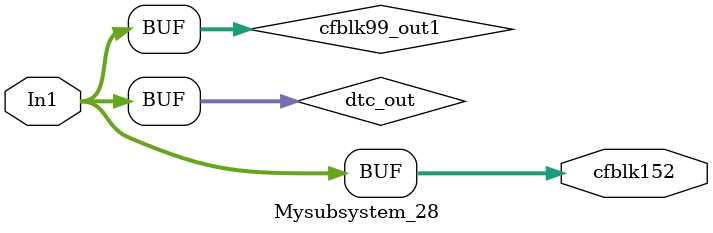
<source format=v>



`timescale 1 ns / 1 ns

module Mysubsystem_28
          (In1,
           cfblk152);


  input   [7:0] In1;  // uint8
  output  [7:0] cfblk152;  // uint8


  wire [7:0] dtc_out;  // ufix8
  wire [7:0] cfblk99_out1;  // uint8


  assign dtc_out = In1;



  assign cfblk99_out1 = dtc_out;



  assign cfblk152 = cfblk99_out1;

endmodule  // Mysubsystem_28


</source>
